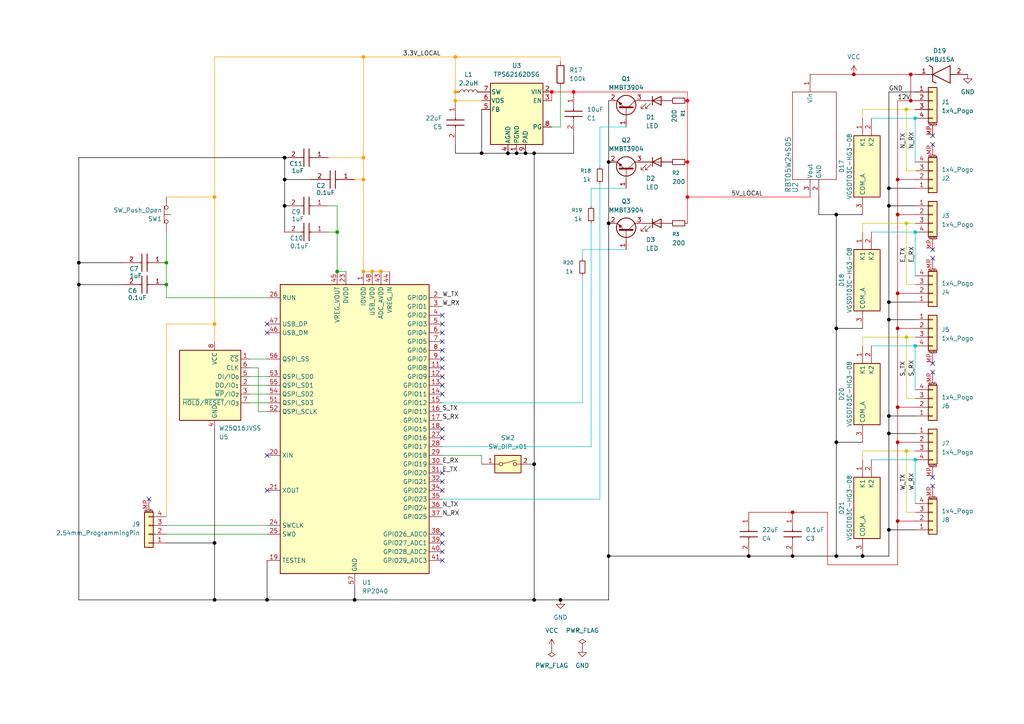
<source format=kicad_sch>
(kicad_sch (version 20250114) (generator "eeschema") (generator_version "9.0")
  (paper "A4")
  (title_block (date "2025-11-03") (rev "v0.0.1"))
  (junction (at 160.02 26.67) (color 255 0 0 1))
  (junction (at 260.35 85.09) (color 194 0 0 1))
  (junction (at 262.89 97.79) (color 194 194 0 1))
  (junction (at 199.39 29.21) (color 255 0 0 1))
  (junction (at 62.23 173.99) (color 0 0 0 1))
  (junction (at 132.08 16.51) (color 255 153 0 1))
  (junction (at 132.08 29.21) (color 255 153 0 1))
  (junction (at 262.89 64.77) (color 194 194 0 1))
  (junction (at 229.87 161.29) (color 0 0 0 1))
  (junction (at 162.56 173.99) (color 0 0 0 1))
  (junction (at 166.37 26.67) (color 255 0 0 1))
  (junction (at 176.53 161.29) (color 0 0 0 1))
  (junction (at 265.43 100.33) (color 0 194 194 1))
  (junction (at 107.95 78.74) (color 255 153 0 1))
  (junction (at 154.94 44.45) (color 0 0 0 1))
  (junction (at 48.26 82.55))
  (junction (at 242.57 128.27) (color 0 0 0 1))
  (junction (at 199.39 57.15) (color 255 0 0 1))
  (junction (at 257.81 59.69) (color 0 0 0 1))
  (junction (at 82.55 59.69) (color 0 0 0 1))
  (junction (at 147.32 44.45) (color 0 0 0 1))
  (junction (at 257.81 92.71) (color 0 0 0 1))
  (junction (at 260.35 128.27) (color 194 0 0 1))
  (junction (at 82.55 52.07) (color 0 0 0 1))
  (junction (at 22.86 76.2) (color 0 0 0 1))
  (junction (at 250.19 161.29) (color 0 0 0 1))
  (junction (at 62.23 57.15) (color 255 153 0 1))
  (junction (at 260.35 52.07) (color 194 0 0 1))
  (junction (at 217.17 161.29) (color 0 0 0 1))
  (junction (at 82.55 45.72) (color 0 0 0 1))
  (junction (at 260.35 62.23) (color 194 0 0 1))
  (junction (at 265.43 133.35) (color 0 194 194 1))
  (junction (at 176.53 46.99) (color 0 0 0 1))
  (junction (at 260.35 151.13) (color 194 0 0 1))
  (junction (at 242.57 62.23) (color 0 0 0 1))
  (junction (at 260.35 118.11) (color 194 0 0 1))
  (junction (at 132.08 26.67) (color 255 153 0 1))
  (junction (at 257.81 125.73) (color 0 0 0 1))
  (junction (at 257.81 87.63) (color 0 0 0 1))
  (junction (at 176.53 64.77) (color 0 0 0 1))
  (junction (at 62.23 93.98) (color 255 153 0 1))
  (junction (at 262.89 31.75) (color 194 194 0 1))
  (junction (at 154.94 134.62) (color 0 0 0 1))
  (junction (at 247.65 21.59) (color 194 0 0 1))
  (junction (at 265.43 67.31) (color 0 194 194 1))
  (junction (at 229.87 148.59) (color 194 0 0 1))
  (junction (at 265.43 34.29) (color 0 194 194 1))
  (junction (at 77.47 173.99) (color 0 0 0 1))
  (junction (at 242.57 161.29) (color 0 0 0 1))
  (junction (at 154.94 173.99) (color 0 0 0 1))
  (junction (at 242.57 95.25) (color 0 0 0 1))
  (junction (at 262.89 130.81) (color 194 194 0 1))
  (junction (at 264.16 21.59) (color 194 0 0 1))
  (junction (at 102.87 173.99) (color 0 0 0 1))
  (junction (at 105.41 52.07) (color 255 153 0 1))
  (junction (at 257.81 54.61) (color 0 0 0 1))
  (junction (at 257.81 153.67) (color 0 0 0 1))
  (junction (at 105.41 16.51) (color 255 153 0 1))
  (junction (at 257.81 120.65) (color 0 0 0 1))
  (junction (at 97.79 78.74))
  (junction (at 105.41 45.72) (color 255 153 0 1))
  (junction (at 97.79 67.31))
  (junction (at 48.26 76.2))
  (junction (at 152.4 44.45) (color 0 0 0 1))
  (junction (at 110.49 78.74) (color 255 153 0 1))
  (junction (at 139.7 44.45) (color 0 0 0 1))
  (junction (at 264.16 29.21) (color 194 0 0 1))
  (junction (at 199.39 46.99) (color 255 0 0 1))
  (junction (at 149.86 44.45) (color 0 0 0 1))
  (junction (at 22.86 82.55) (color 0 0 0 1))
  (junction (at 62.23 157.48) (color 0 0 0 1))
  (junction (at 105.41 78.74) (color 255 153 0 1))
  (junction (at 260.35 95.25) (color 194 0 0 1))
  (no_connect (at 128.27 109.22))
  (no_connect (at 77.47 142.24))
  (no_connect (at 128.27 93.98))
  (no_connect (at 77.47 132.08))
  (no_connect (at 270.51 107.95))
  (no_connect (at 128.27 139.7))
  (no_connect (at 128.27 99.06))
  (no_connect (at 128.27 101.6))
  (no_connect (at 128.27 111.76))
  (no_connect (at 128.27 154.94))
  (no_connect (at 270.51 72.39))
  (no_connect (at 128.27 96.52))
  (no_connect (at 128.27 127))
  (no_connect (at 128.27 162.56))
  (no_connect (at 128.27 124.46))
  (no_connect (at 128.27 91.44))
  (no_connect (at 270.51 105.41))
  (no_connect (at 43.18 144.78))
  (no_connect (at 128.27 160.02))
  (no_connect (at 270.51 138.43))
  (no_connect (at 77.47 96.52))
  (no_connect (at 270.51 41.91))
  (no_connect (at 270.51 74.93))
  (no_connect (at 270.51 39.37))
  (no_connect (at 128.27 137.16))
  (no_connect (at 77.47 93.98))
  (no_connect (at 128.27 142.24))
  (no_connect (at 128.27 106.68))
  (no_connect (at 270.51 140.97))
  (no_connect (at 128.27 114.3))
  (no_connect (at 128.27 157.48))
  (no_connect (at 128.27 104.14))
  (wire (pts (xy 107.95 78.74) (xy 110.49 78.74)) (stroke (width 0) (color 255 153 0 1)))
  (wire (pts (xy 250.19 31.75) (xy 262.89 31.75)) (stroke (width 0) (color 194 194 0 1)))
  (wire (pts (xy 48.26 149.86) (xy 48.26 93.98)) (stroke (width 0) (color 255 153 0 1)))
  (wire (pts (xy 171.45 64.77) (xy 171.45 129.54)) (stroke (width 0) (color 0 194 194 1)))
  (wire (pts (xy 90.17 52.07) (xy 82.55 52.07)) (stroke (width 0) (color 0 0 0 1)))
  (wire (pts (xy 264.16 21.59) (xy 265.43 21.59)) (stroke (width 0) (color 194 0 0 1)))
  (wire (pts (xy 262.89 49.53) (xy 265.43 49.53)) (stroke (width 0) (color 194 194 0 1)))
  (wire (pts (xy 139.7 132.08) (xy 139.7 134.62)))
  (wire (pts (xy 260.35 85.09) (xy 260.35 95.25)) (stroke (width 0) (color 194 0 0 1)))
  (wire (pts (xy 257.81 92.71) (xy 265.43 92.71)) (stroke (width 0) (color 0 0 0 1)))
  (wire (pts (xy 262.89 130.81) (xy 262.89 148.59)) (stroke (width 0) (color 194 194 0 1)))
  (wire (pts (xy 257.81 87.63) (xy 257.81 92.71)) (stroke (width 0) (color 0 0 0 1)))
  (wire (pts (xy 72.39 104.14) (xy 77.47 104.14)))
  (wire (pts (xy 72.39 116.84) (xy 77.47 116.84)))
  (wire (pts (xy 166.37 39.37) (xy 166.37 44.45)) (stroke (width 0) (color 0 0 0 1)))
  (wire (pts (xy 48.26 93.98) (xy 62.23 93.98)) (stroke (width 0) (color 255 153 0 1)))
  (wire (pts (xy 199.39 29.21) (xy 199.39 46.99)) (stroke (width 0) (color 255 0 0 1)))
  (wire (pts (xy 48.26 82.55) (xy 48.26 86.36)))
  (wire (pts (xy 48.26 76.2) (xy 48.26 82.55)))
  (wire (pts (xy 260.35 85.09) (xy 265.43 85.09)) (stroke (width 0) (color 194 0 0 1)))
  (wire (pts (xy 257.81 120.65) (xy 265.43 120.65)) (stroke (width 0) (color 0 0 0 1)))
  (wire (pts (xy 105.41 45.72) (xy 105.41 52.07)) (stroke (width 0) (color 255 153 0 1)))
  (wire (pts (xy 62.23 93.98) (xy 62.23 99.06)) (stroke (width 0) (color 255 153 0 1)))
  (wire (pts (xy 242.57 161.29) (xy 250.19 161.29)) (stroke (width 0) (color 0 0 0 1)))
  (wire (pts (xy 105.41 16.51) (xy 132.08 16.51)) (stroke (width 0) (color 255 153 0 1)))
  (wire (pts (xy 217.17 161.29) (xy 229.87 161.29)) (stroke (width 0) (color 0 0 0 1)))
  (wire (pts (xy 260.35 118.11) (xy 260.35 128.27)) (stroke (width 0) (color 194 0 0 1)))
  (wire (pts (xy 229.87 161.29) (xy 242.57 161.29)) (stroke (width 0) (color 0 0 0 1)))
  (wire (pts (xy 105.41 52.07) (xy 102.87 52.07)) (stroke (width 0) (color 255 153 0 1)))
  (wire (pts (xy 132.08 44.45) (xy 139.7 44.45)) (stroke (width 0) (color 0 0 0 1)))
  (wire (pts (xy 22.86 82.55) (xy 35.56 82.55)) (stroke (width 0) (color 0 0 0 1)))
  (wire (pts (xy 234.95 21.59) (xy 247.65 21.59)) (stroke (width 0) (color 194 0 0 1)))
  (wire (pts (xy 260.35 118.11) (xy 265.43 118.11)) (stroke (width 0) (color 194 0 0 1)))
  (wire (pts (xy 74.93 106.68) (xy 74.93 119.38)))
  (wire (pts (xy 97.79 67.31) (xy 97.79 78.74)))
  (wire (pts (xy 48.26 67.31) (xy 48.26 76.2)))
  (wire (pts (xy 265.43 34.29) (xy 265.43 46.99)) (stroke (width 0) (color 0 194 194 1)))
  (wire (pts (xy 173.99 36.83) (xy 173.99 48.26)) (stroke (width 0) (color 0 194 194 1)))
  (wire (pts (xy 97.79 78.74) (xy 100.33 78.74)))
  (wire (pts (xy 257.81 59.69) (xy 265.43 59.69)) (stroke (width 0) (color 0 0 0 1)))
  (wire (pts (xy 95.25 45.72) (xy 105.41 45.72)) (stroke (width 0) (color 255 153 0 1)))
  (wire (pts (xy 262.89 130.81) (xy 265.43 130.81)) (stroke (width 0) (color 194 194 0 1)))
  (wire (pts (xy 260.35 163.83) (xy 260.35 151.13)) (stroke (width 0) (color 194 0 0 1)))
  (wire (pts (xy 265.43 97.79) (xy 262.89 97.79)) (stroke (width 0) (color 194 194 0 1)))
  (wire (pts (xy 48.26 154.94) (xy 77.47 154.94)))
  (wire (pts (xy 260.35 62.23) (xy 260.35 85.09)) (stroke (width 0) (color 194 0 0 1)))
  (wire (pts (xy 257.81 26.67) (xy 257.81 54.61)) (stroke (width 0) (color 0 0 0 1)))
  (wire (pts (xy 22.86 173.99) (xy 22.86 82.55)) (stroke (width 0) (color 0 0 0 1)))
  (wire (pts (xy 250.19 133.35) (xy 250.19 130.81)) (stroke (width 0) (color 194 194 0 1)))
  (wire (pts (xy 265.43 31.75) (xy 262.89 31.75)) (stroke (width 0) (color 194 194 0 1)))
  (wire (pts (xy 265.43 100.33) (xy 265.43 113.03)) (stroke (width 0) (color 0 194 194 1)))
  (wire (pts (xy 162.56 36.83) (xy 160.02 36.83)))
  (wire (pts (xy 257.81 92.71) (xy 257.81 120.65)) (stroke (width 0) (color 0 0 0 1)))
  (wire (pts (xy 237.49 57.15) (xy 237.49 62.23)) (stroke (width 0) (color 0 0 0 1)))
  (wire (pts (xy 132.08 29.21) (xy 139.7 29.21)) (stroke (width 0) (color 255 153 0 1)))
  (wire (pts (xy 257.81 59.69) (xy 257.81 87.63)) (stroke (width 0) (color 0 0 0 1)))
  (wire (pts (xy 62.23 173.99) (xy 77.47 173.99)) (stroke (width 0) (color 0 0 0 1)))
  (wire (pts (xy 176.53 173.99) (xy 176.53 161.29)) (stroke (width 0) (color 0 0 0 1)))
  (wire (pts (xy 257.81 125.73) (xy 257.81 153.67)) (stroke (width 0) (color 0 0 0 1)))
  (wire (pts (xy 250.19 161.29) (xy 257.81 161.29)) (stroke (width 0) (color 0 0 0 1)))
  (wire (pts (xy 62.23 157.48) (xy 62.23 173.99)) (stroke (width 0) (color 0 0 0 1)))
  (wire (pts (xy 262.89 148.59) (xy 265.43 148.59)) (stroke (width 0) (color 194 194 0 1)))
  (wire (pts (xy 265.43 29.21) (xy 264.16 29.21)) (stroke (width 0) (color 194 0 0 1)))
  (wire (pts (xy 242.57 128.27) (xy 250.19 128.27)) (stroke (width 0) (color 0 0 0 1)))
  (wire (pts (xy 82.55 45.72) (xy 82.55 52.07)) (stroke (width 0) (color 0 0 0 1)))
  (wire (pts (xy 265.43 133.35) (xy 265.43 146.05)) (stroke (width 0) (color 0 194 194 1)))
  (wire (pts (xy 168.91 72.39) (xy 168.91 74.93)) (stroke (width 0) (color 0 194 194 1)))
  (wire (pts (xy 257.81 87.63) (xy 265.43 87.63)) (stroke (width 0) (color 0 0 0 1)))
  (wire (pts (xy 128.27 116.84) (xy 168.91 116.84)) (stroke (width 0) (color 0 194 194 1)))
  (wire (pts (xy 22.86 76.2) (xy 22.86 45.72)) (stroke (width 0) (color 0 0 0 1)))
  (wire (pts (xy 48.26 86.36) (xy 77.47 86.36)))
  (wire (pts (xy 95.25 59.69) (xy 97.79 59.69)))
  (wire (pts (xy 250.19 97.79) (xy 262.89 97.79)) (stroke (width 0) (color 194 194 0 1)))
  (wire (pts (xy 62.23 124.46) (xy 62.23 157.48)) (stroke (width 0) (color 0 0 0 1)))
  (wire (pts (xy 139.7 44.45) (xy 147.32 44.45)) (stroke (width 0) (color 0 0 0 1)))
  (wire (pts (xy 149.86 44.45) (xy 152.4 44.45)) (stroke (width 0) (color 0 0 0 1)))
  (wire (pts (xy 95.25 67.31) (xy 97.79 67.31)))
  (wire (pts (xy 22.86 76.2) (xy 35.56 76.2)) (stroke (width 0) (color 0 0 0 1)))
  (wire (pts (xy 139.7 31.75) (xy 139.7 44.45)) (stroke (width 0) (color 0 0 0 1)))
  (wire (pts (xy 264.16 21.59) (xy 264.16 29.21)) (stroke (width 0) (color 194 0 0 1)))
  (wire (pts (xy 110.49 78.74) (xy 113.03 78.74)) (stroke (width 0) (color 255 153 0 1)))
  (wire (pts (xy 162.56 16.51) (xy 162.56 17.78)) (stroke (width 0) (color 255 153 0 1)))
  (wire (pts (xy 252.73 67.31) (xy 265.43 67.31)) (stroke (width 0) (color 0 194 194 1)))
  (wire (pts (xy 176.53 46.99) (xy 176.53 64.77)) (stroke (width 0) (color 0 0 0 1)))
  (wire (pts (xy 82.55 59.69) (xy 82.55 52.07)) (stroke (width 0) (color 0 0 0 1)))
  (wire (pts (xy 262.89 97.79) (xy 262.89 115.57)) (stroke (width 0) (color 194 194 0 1)))
  (wire (pts (xy 250.19 34.29) (xy 250.19 31.75)) (stroke (width 0) (color 194 194 0 1)))
  (wire (pts (xy 260.35 95.25) (xy 265.43 95.25)) (stroke (width 0) (color 194 0 0 1)))
  (wire (pts (xy 262.89 64.77) (xy 262.89 82.55)) (stroke (width 0) (color 194 194 0 1)))
  (wire (pts (xy 199.39 26.67) (xy 166.37 26.67)) (stroke (width 0) (color 255 0 0 1)))
  (wire (pts (xy 62.23 57.15) (xy 62.23 93.98)) (stroke (width 0) (color 255 153 0 1)))
  (wire (pts (xy 154.94 44.45) (xy 166.37 44.45)) (stroke (width 0) (color 0 0 0 1)))
  (wire (pts (xy 257.81 54.61) (xy 265.43 54.61)) (stroke (width 0) (color 0 0 0 1)))
  (wire (pts (xy 72.39 114.3) (xy 77.47 114.3)))
  (wire (pts (xy 132.08 29.21) (xy 132.08 26.67)) (stroke (width 0) (color 255 153 0 1)))
  (wire (pts (xy 260.35 128.27) (xy 260.35 151.13)) (stroke (width 0) (color 194 0 0 1)))
  (wire (pts (xy 260.35 128.27) (xy 265.43 128.27)) (stroke (width 0) (color 194 0 0 1)))
  (wire (pts (xy 199.39 29.21) (xy 199.39 26.67)) (stroke (width 0) (color 255 0 0 1)))
  (wire (pts (xy 260.35 52.07) (xy 260.35 62.23)) (stroke (width 0) (color 194 0 0 1)))
  (wire (pts (xy 257.81 120.65) (xy 257.81 125.73)) (stroke (width 0) (color 0 0 0 1)))
  (wire (pts (xy 247.65 21.59) (xy 264.16 21.59)) (stroke (width 0) (color 194 0 0 1)))
  (wire (pts (xy 72.39 111.76) (xy 77.47 111.76)))
  (wire (pts (xy 199.39 46.99) (xy 199.39 57.15)) (stroke (width 0) (color 255 0 0 1)))
  (wire (pts (xy 176.53 161.29) (xy 217.17 161.29)) (stroke (width 0) (color 0 0 0 1)))
  (wire (pts (xy 48.26 57.15) (xy 62.23 57.15)) (stroke (width 0) (color 255 153 0 1)))
  (wire (pts (xy 48.26 152.4) (xy 77.47 152.4)))
  (wire (pts (xy 242.57 62.23) (xy 250.19 62.23)) (stroke (width 0) (color 0 0 0 1)))
  (wire (pts (xy 105.41 78.74) (xy 107.95 78.74)) (stroke (width 0) (color 255 153 0 1)))
  (wire (pts (xy 154.94 173.99) (xy 162.56 173.99)) (stroke (width 0) (color 0 0 0 1)))
  (wire (pts (xy 128.27 129.54) (xy 171.45 129.54)) (stroke (width 0) (color 0 194 194 1)))
  (wire (pts (xy 265.43 64.77) (xy 262.89 64.77)) (stroke (width 0) (color 194 194 0 1)))
  (wire (pts (xy 105.41 78.74) (xy 105.41 52.07)) (stroke (width 0) (color 255 153 0 1)))
  (wire (pts (xy 72.39 109.22) (xy 77.47 109.22)))
  (wire (pts (xy 102.87 173.99) (xy 154.94 173.99)) (stroke (width 0) (color 0 0 0 1)))
  (wire (pts (xy 242.57 95.25) (xy 242.57 128.27)) (stroke (width 0) (color 0 0 0 1)))
  (wire (pts (xy 154.94 44.45) (xy 154.94 134.62)) (stroke (width 0) (color 0 0 0 1)))
  (wire (pts (xy 82.55 59.69) (xy 82.55 67.31)) (stroke (width 0) (color 0 0 0 1)))
  (wire (pts (xy 260.35 95.25) (xy 260.35 118.11)) (stroke (width 0) (color 194 0 0 1)))
  (wire (pts (xy 262.89 115.57) (xy 265.43 115.57)) (stroke (width 0) (color 194 194 0 1)))
  (wire (pts (xy 62.23 16.51) (xy 105.41 16.51)) (stroke (width 0) (color 255 153 0 1)))
  (wire (pts (xy 132.08 16.51) (xy 132.08 26.67)) (stroke (width 0) (color 255 153 0 1)))
  (wire (pts (xy 97.79 67.31) (xy 97.79 59.69)))
  (wire (pts (xy 262.89 31.75) (xy 262.89 49.53)) (stroke (width 0) (color 194 194 0 1)))
  (wire (pts (xy 260.35 151.13) (xy 265.43 151.13)) (stroke (width 0) (color 194 0 0 1)))
  (wire (pts (xy 252.73 34.29) (xy 265.43 34.29)) (stroke (width 0) (color 0 194 194 1)))
  (wire (pts (xy 160.02 26.67) (xy 160.02 29.21)) (stroke (width 0) (color 255 0 0 1)))
  (wire (pts (xy 260.35 52.07) (xy 265.43 52.07)) (stroke (width 0) (color 194 0 0 1)))
  (wire (pts (xy 257.81 125.73) (xy 265.43 125.73)) (stroke (width 0) (color 0 0 0 1)))
  (wire (pts (xy 250.19 100.33) (xy 250.19 97.79)) (stroke (width 0) (color 194 194 0 1)))
  (wire (pts (xy 128.27 132.08) (xy 139.7 132.08)))
  (wire (pts (xy 152.4 44.45) (xy 154.94 44.45)) (stroke (width 0) (color 0 0 0 1)))
  (wire (pts (xy 132.08 16.51) (xy 162.56 16.51)) (stroke (width 0) (color 255 153 0 1)))
  (wire (pts (xy 252.73 133.35) (xy 265.43 133.35)) (stroke (width 0) (color 0 194 194 1)))
  (wire (pts (xy 240.03 163.83) (xy 260.35 163.83)) (stroke (width 0) (color 194 0 0 1)))
  (wire (pts (xy 250.19 130.81) (xy 262.89 130.81)) (stroke (width 0) (color 194 194 0 1)))
  (wire (pts (xy 250.19 64.77) (xy 262.89 64.77)) (stroke (width 0) (color 194 194 0 1)))
  (wire (pts (xy 257.81 54.61) (xy 257.81 59.69)) (stroke (width 0) (color 0 0 0 1)))
  (wire (pts (xy 262.89 82.55) (xy 265.43 82.55)) (stroke (width 0) (color 194 194 0 1)))
  (wire (pts (xy 250.19 67.31) (xy 250.19 64.77)) (stroke (width 0) (color 194 194 0 1)))
  (wire (pts (xy 265.43 67.31) (xy 265.43 80.01)) (stroke (width 0) (color 0 194 194 1)))
  (wire (pts (xy 132.08 41.91) (xy 132.08 44.45)) (stroke (width 0) (color 0 0 0 1)))
  (wire (pts (xy 252.73 100.33) (xy 265.43 100.33)) (stroke (width 0) (color 0 194 194 1)))
  (wire (pts (xy 74.93 119.38) (xy 77.47 119.38)))
  (wire (pts (xy 199.39 57.15) (xy 234.95 57.15)) (stroke (width 0) (color 255 0 0 1)))
  (wire (pts (xy 229.87 148.59) (xy 240.03 148.59)) (stroke (width 0) (color 194 0 0 1)))
  (wire (pts (xy 168.91 80.01) (xy 168.91 116.84)) (stroke (width 0) (color 0 194 194 1)))
  (wire (pts (xy 173.99 144.78) (xy 128.27 144.78)) (stroke (width 0) (color 0 194 194 1)))
  (wire (pts (xy 260.35 62.23) (xy 265.43 62.23)) (stroke (width 0) (color 194 0 0 1)))
  (wire (pts (xy 154.94 134.62) (xy 154.94 173.99)) (stroke (width 0) (color 0 0 0 1)))
  (wire (pts (xy 199.39 57.15) (xy 199.39 64.77)) (stroke (width 0) (color 255 0 0 1)))
  (wire (pts (xy 264.16 29.21) (xy 260.35 29.21)) (stroke (width 0) (color 194 0 0 1)))
  (wire (pts (xy 237.49 62.23) (xy 242.57 62.23)) (stroke (width 0) (color 0 0 0 1)))
  (wire (pts (xy 171.45 54.61) (xy 181.61 54.61)) (stroke (width 0) (color 0 194 194 1)))
  (wire (pts (xy 102.87 170.18) (xy 102.87 173.99)) (stroke (width 0) (color 0 0 0 1)))
  (wire (pts (xy 240.03 163.83) (xy 240.03 148.59)) (stroke (width 0) (color 194 0 0 1)))
  (wire (pts (xy 176.53 64.77) (xy 176.53 161.29)) (stroke (width 0) (color 0 0 0 1)))
  (wire (pts (xy 22.86 45.72) (xy 82.55 45.72)) (stroke (width 0) (color 0 0 0 1)))
  (wire (pts (xy 257.81 26.67) (xy 265.43 26.67)) (stroke (width 0) (color 0 0 0 1)))
  (wire (pts (xy 257.81 153.67) (xy 265.43 153.67)) (stroke (width 0) (color 0 0 0 1)))
  (wire (pts (xy 162.56 173.99) (xy 176.53 173.99)) (stroke (width 0) (color 0 0 0 1)))
  (wire (pts (xy 176.53 29.21) (xy 176.53 46.99)) (stroke (width 0) (color 0 0 0 1)))
  (wire (pts (xy 168.91 72.39) (xy 181.61 72.39)) (stroke (width 0) (color 0 194 194 1)))
  (wire (pts (xy 242.57 62.23) (xy 242.57 95.25)) (stroke (width 0) (color 0 0 0 1)))
  (wire (pts (xy 22.86 82.55) (xy 22.86 76.2)) (stroke (width 0) (color 0 0 0 1)))
  (wire (pts (xy 62.23 16.51) (xy 62.23 57.15)) (stroke (width 0) (color 255 153 0 1)))
  (wire (pts (xy 160.02 26.67) (xy 166.37 26.67)) (stroke (width 0) (color 255 0 0 1)))
  (wire (pts (xy 171.45 59.69) (xy 171.45 54.61)) (stroke (width 0) (color 0 194 194 1)))
  (wire (pts (xy 72.39 106.68) (xy 74.93 106.68)))
  (wire (pts (xy 242.57 128.27) (xy 242.57 161.29)) (stroke (width 0) (color 0 0 0 1)))
  (wire (pts (xy 217.17 148.59) (xy 229.87 148.59)) (stroke (width 0) (color 194 0 0 1)))
  (wire (pts (xy 162.56 25.4) (xy 162.56 36.83)))
  (wire (pts (xy 77.47 162.56) (xy 77.47 173.99)) (stroke (width 0) (color 0 0 0 1)))
  (wire (pts (xy 147.32 44.45) (xy 149.86 44.45)) (stroke (width 0) (color 0 0 0 1)))
  (wire (pts (xy 22.86 173.99) (xy 62.23 173.99)) (stroke (width 0) (color 0 0 0 1)))
  (wire (pts (xy 257.81 161.29) (xy 257.81 153.67)) (stroke (width 0) (color 0 0 0 1)))
  (wire (pts (xy 173.99 36.83) (xy 181.61 36.83)) (stroke (width 0) (color 0 194 194 1)))
  (wire (pts (xy 77.47 173.99) (xy 102.87 173.99)) (stroke (width 0) (color 0 0 0 1)))
  (wire (pts (xy 242.57 95.25) (xy 250.19 95.25)) (stroke (width 0) (color 0 0 0 1)))
  (wire (pts (xy 260.35 29.21) (xy 260.35 52.07)) (stroke (width 0) (color 194 0 0 1)))
  (wire (pts (xy 173.99 53.34) (xy 173.99 144.78)) (stroke (width 0) (color 0 194 194 1)))
  (wire (pts (xy 105.41 16.51) (xy 105.41 45.72)) (stroke (width 0) (color 255 153 0 1)))
  (wire (pts (xy 48.26 157.48) (xy 62.23 157.48)) (stroke (width 0) (color 0 0 0 1)))
  (label "N_TX" (at 262.89 43.18 90))
  (label "E_TX" (at 262.89 76.2 90))
  (label "S_TX" (at 128.27 119.38 0))
  (label "N_RX" (at 128.27 149.86 0))
  (label "W_RX" (at 265.43 142.24 90))
  (label "N_TX" (at 128.27 147.32 0))
  (label "5V_LOCAL" (at 212.09 57.15 0))
  (label "E_RX" (at 128.27 134.62 0))
  (label "3.3V_LOCAL" (at 116.84 16.51 0))
  (label "W_TX" (at 128.27 86.36 0))
  (label "12V" (at 260.35 29.21 0))
  (label "W_TX" (at 262.89 142.24 90))
  (label "W_RX" (at 128.27 88.9 0))
  (label "GND" (at 257.81 26.67 0))
  (label "N_RX" (at 265.43 43.18 90))
  (label "E_TX" (at 128.27 137.16 0))
  (label "S_RX" (at 265.43 109.22 90))
  (label "E_RX" (at 265.43 76.2 90))
  (label "S_TX" (at 262.89 109.22 90))
  (label "S_RX" (at 128.27 121.92 0))
  (symbol (lib_id "Connector_Generic_MountingPin:Conn_01x04_MountingPin") (at 43.18 154.94 180) (unit 1)
    (property "Reference" "J9" (at 40.64 152.0443 0) (effects (justify left)))
    (property "Value" "2.54mm_ProgrammingPin" (at 40.64 154.5843 0) (effects (justify left)))
    (property "Footprint" "Connector_PinSocket_2.54mm:PinSocket_1x04_P2.54mm_Vertical" (effects (hide yes)))
    (property "Description" "Generic connectable mounting pin connector, single row, 01x04, script generated (kicad-library-utils/schlib/autogen/connector/)" (effects (hide yes)))
  )
  (symbol (lib_id "Device:LED") (at 190.5 64.77 0) (unit 1)
    (property "Reference" "D3" (at 187.325 69.5324 0) (effects (justify left)))
    (property "Value" "LED" (at 187.325 72.0724 0) (effects (justify left)))
    (property "Footprint" "LED_THT:LED_D3.0mm" (effects (hide yes)))
    (property "Description" "Light emitting diode" (effects (hide yes)))
    (property "Sim.Pins" "1=K 2=A" (effects (hide yes)))
  )
  (symbol (lib_id "SamacSys_Parts:SMBJ15A") (at 265.43 21.59 0) (unit 1)
    (property "Reference" "D19" (at 272.542 14.732 0))
    (property "Value" "SMBJ15A" (at 272.542 17.272 0))
    (property "Footprint" "SamacSys_Parts:DIOM5436X244N" (effects (hide yes)))
    (property "Datasheet" "http://www.vishay.com/docs/88392/smbj.pdf" (effects (hide yes)))
    (property "Description" "Unidirectional 600W TVS diode,SMBJ15A" (effects (hide yes)))
    (property "Height" "2.44" (effects (hide yes)))
    (property "Manufacturer_Name" "Vishay" (effects (hide yes)))
    (property "Manufacturer_Part_Number" "SMBJ15A" (effects (hide yes)))
    (property "Mouser Part Number" "78-SMBJ15A" (effects (hide yes)))
    (property "Mouser Price/Stock" "https://www.mouser.co.uk/ProductDetail/Vishay-General-Semiconductor/SMBJ15A?qs=%252BA9HMDDz5KavBY56EO7ceQ%3D%3D" (effects (hide yes)))
  )
  (symbol (lib_id "SamacSys_Parts:C0805F104K1RACAUTO") (at 229.87 148.59 90) (mirror x) (unit 1)
    (property "Reference" "C3" (at 233.68 156.2101 90) (effects (justify right)))
    (property "Value" "0.1uF" (at 233.68 153.6701 90) (effects (justify right)))
    (property "Footprint" "SamacSys_Parts:CAPC2012X140N" (effects (hide yes)))
    (property "Datasheet" "https://content.kemet.com/datasheets/KEM_C1014_X7R_FE-CAP_SMD.pdf" (effects (hide yes)))
    (property "Description" "Multilayer Ceramic Capacitors MLCC - SMD/SMT 100V 0.1uF 10% X7R -55 / +125C AEC-Q200" (effects (hide yes)))
    (property "Height" "1.4" (effects (hide yes)))
    (property "Manufacturer_Name" "KEMET" (effects (hide yes)))
    (property "Manufacturer_Part_Number" "C0805F104K1RACAUTO" (effects (hide yes)))
  )
  (symbol (lib_id "SamacSys_Parts:GRM188C81A226ME01D") (at 217.17 148.59 90) (mirror x) (unit 1)
    (property "Reference" "C4" (at 220.98 156.2101 90) (effects (justify right)))
    (property "Value" "22uF" (at 220.98 153.6701 90) (effects (justify right)))
    (property "Footprint" "SamacSys_Parts:GRM18x" (effects (hide yes)))
    (property "Datasheet" "https://search.murata.co.jp/Ceramy/image/img/A01X/G101/ENG/GRM188C81A226ME01-01A.pdf" (effects (hide yes)))
    (property "Description" "MLCC, 0603" (effects (hide yes)))
    (property "Height" "0.9" (effects (hide yes)))
    (property "Manufacturer_Name" "Murata Electronics" (effects (hide yes)))
    (property "Manufacturer_Part_Number" "GRM188C81A226ME01D" (effects (hide yes)))
  )
  (symbol (lib_id "SamacSys_Parts:GRM033D70E105ME15D") (at 95.25 59.69 0) (mirror y) (unit 1)
    (property "Reference" "C9" (at 85.852 61.468 0))
    (property "Value" "1uF" (at 86.36 63.5 0))
    (property "Footprint" "SamacSys_Parts:CAPC0603X33N" (effects (hide yes)))
    (property "Datasheet" "https://search.murata.co.jp/Ceramy/image/img/A01X/G101/ENG/GRM033D70E105ME15-01A.pdf" (effects (hide yes)))
    (property "Description" "Capacitor GRM03_0.09 L=0.6mm W=0.3mm T=0.3mm" (effects (hide yes)))
    (property "Height" "0.33" (effects (hide yes)))
    (property "Manufacturer_Name" "Murata Electronics" (effects (hide yes)))
    (property "Manufacturer_Part_Number" "GRM033D70E105ME15D" (effects (hide yes)))
    (property "Mouser Part Number" "81-GRM033D70E105ME5D" (effects (hide yes)))
    (property "Mouser Price/Stock" "https://www.mouser.co.uk/ProductDetail/Murata-Electronics/GRM033D70E105ME15D?qs=r5DSvlrkXmLLNF3ZiIF79w%3D%3D" (effects (hide yes)))
  )
  (symbol (lib_id "Device:R_Small") (at 173.99 50.8 0) (unit 1)
    (property "Reference" "R18" (at 171.45 49.5299 0) (effects (font (size 1.016 1.016)) (justify right)))
    (property "Value" "1k" (at 171.45 52.0699 0) (effects (justify right)))
    (property "Footprint" "SamacSys_Parts:ERJ-UP6D1001V" (effects (hide yes)))
    (property "Description" "Resistor, small symbol" (effects (hide yes)))
  )
  (symbol (lib_id "power:GND") (at 168.91 187.96 0) (unit 1)
    (property "Reference" "#PWR03" (effects (hide yes)))
    (property "Value" "GND" (at 168.91 193.04 0))
    (property "Description" "Power symbol creates a global label with name \"GND\" , ground" (effects (hide yes)))
  )
  (symbol (lib_id "Device:LED") (at 190.5 46.99 0) (unit 1)
    (property "Reference" "D2" (at 187.325 51.7524 0) (effects (justify left)))
    (property "Value" "LED" (at 187.325 54.2924 0) (effects (justify left)))
    (property "Footprint" "LED_THT:LED_D3.0mm" (effects (hide yes)))
    (property "Description" "Light emitting diode" (effects (hide yes)))
    (property "Sim.Pins" "1=K 2=A" (effects (hide yes)))
  )
  (symbol (lib_id "Regulator_Switching:TPS62162DSG") (at 149.86 34.29 0) (mirror y) (unit 1)
    (property "Reference" "U3" (at 149.86 19.05 0))
    (property "Value" "TPS62162DSG" (at 149.86 21.59 0))
    (property "Footprint" "Package_SON:WSON-8-1EP_2x2mm_P0.5mm_EP0.9x1.6mm_ThermalVias" (effects (hide yes)))
    (property "Datasheet" "http://www.ti.com/lit/ds/symlink/tps62160.pdf" (effects (hide yes)))
    (property "Description" "1A Step-Down Converter with DCS-Control, fixed 3.3V output, 3-17V input voltage, WSON-8" (effects (hide yes)))
  )
  (symbol (lib_id "Device:R_Small") (at 196.85 64.77 270) (unit 1)
    (property "Reference" "R3" (at 194.945 67.9449 90) (effects (font (size 1.016 1.016)) (justify left)))
    (property "Value" "200" (at 194.945 70.4849 90) (effects (justify left)))
    (property "Footprint" "SamacSys_Parts:CRCW1210200RJNEAIF" (effects (hide yes)))
    (property "Description" "Resistor, small symbol" (effects (hide yes)))
  )
  (symbol (lib_id "Device:R_Small") (at 171.45 62.23 0) (unit 1)
    (property "Reference" "R19" (at 168.91 60.9599 0) (effects (font (size 1.016 1.016)) (justify right)))
    (property "Value" "1k" (at 168.91 63.4999 0) (effects (justify right)))
    (property "Footprint" "SamacSys_Parts:ERJ-UP6D1001V" (effects (hide yes)))
    (property "Description" "Resistor, small symbol" (effects (hide yes)))
  )
  (symbol (lib_id "Device:R") (at 162.56 21.59 0) (mirror y) (unit 1)
    (property "Reference" "R17" (at 165.1 20.3199 0) (effects (justify right)))
    (property "Value" "100k" (at 165.1 22.8599 0) (effects (justify right)))
    (property "Footprint" "SamacSys_Parts:TNPW0805100KFHEA" (effects (hide yes)))
    (property "Description" "Resistor" (effects (hide yes)))
  )
  (symbol (lib_id "SamacSys_Parts:C0805F104K1RACAUTO") (at 48.26 82.55 0) (mirror y) (unit 1)
    (property "Reference" "C6" (at 37.084 84.328 0) (effects (justify right)))
    (property "Value" "0.1uF" (at 37.084 86.36 0) (effects (justify right)))
    (property "Footprint" "SamacSys_Parts:CAPC2012X140N" (effects (hide yes)))
    (property "Datasheet" "https://content.kemet.com/datasheets/KEM_C1014_X7R_FE-CAP_SMD.pdf" (effects (hide yes)))
    (property "Description" "Multilayer Ceramic Capacitors MLCC - SMD/SMT 100V 0.1uF 10% X7R -55 / +125C AEC-Q200" (effects (hide yes)))
    (property "Height" "1.4" (effects (hide yes)))
    (property "Manufacturer_Name" "KEMET" (effects (hide yes)))
    (property "Manufacturer_Part_Number" "C0805F104K1RACAUTO" (effects (hide yes)))
  )
  (symbol (lib_id "Connector_Generic_MountingPin:Conn_01x04_MountingPin") (at 270.51 151.13 0) (mirror x) (unit 1)
    (property "Reference" "J8" (at 273.05 150.7745 0) (effects (justify left)))
    (property "Value" "1x4_Pogo" (at 273.05 148.2345 0) (effects (justify left)))
    (property "Footprint" "Connector_PinSocket_2.54mm:PinSocket_1x04_P2.54mm_Vertical" (effects (hide yes)))
    (property "Description" "Generic connectable mounting pin connector, single row, 01x04, script generated (kicad-library-utils/schlib/autogen/connector/)" (effects (hide yes)))
  )
  (symbol (lib_id "Connector_Generic_MountingPin:Conn_01x04_MountingPin") (at 270.51 95.25 0) (unit 1)
    (property "Reference" "J5" (at 273.05 95.6055 0) (effects (justify left)))
    (property "Value" "1x4_Pogo" (at 273.05 98.1455 0) (effects (justify left)))
    (property "Footprint" "Connector_PinSocket_2.54mm:PinSocket_1x04_P2.54mm_Vertical" (effects (hide yes)))
    (property "Description" "Generic connectable mounting pin connector, single row, 01x04, script generated (kicad-library-utils/schlib/autogen/connector/)" (effects (hide yes)))
  )
  (symbol (lib_id "Device:LED") (at 190.5 29.21 0) (unit 1)
    (property "Reference" "D1" (at 187.325 33.9724 0) (effects (justify left)))
    (property "Value" "LED" (at 187.325 36.5124 0) (effects (justify left)))
    (property "Footprint" "LED_THT:LED_D3.0mm" (effects (hide yes)))
    (property "Description" "Light emitting diode" (effects (hide yes)))
    (property "Sim.Pins" "1=K 2=A" (effects (hide yes)))
  )
  (symbol (lib_id "power:PWR_FLAG") (at 160.02 187.96 0) (mirror x) (unit 1)
    (property "Reference" "#FLG02" (effects (hide yes)))
    (property "Value" "PWR_FLAG" (at 160.02 193.04 0))
    (property "Description" "Special symbol for telling ERC where power comes from" (effects (hide yes)))
  )
  (symbol (lib_id "Transistor_BJT:MMBT3904") (at 181.61 67.31 270) (mirror x) (unit 1)
    (property "Reference" "Q3" (at 181.61 58.42 90))
    (property "Value" "MMBT3904" (at 181.61 60.96 90))
    (property "Footprint" "Package_TO_SOT_SMD:SOT-23" (effects (hide yes)))
    (property "Datasheet" "https://www.onsemi.com/pdf/datasheet/pzt3904-d.pdf" (effects (hide yes)))
    (property "Description" "0.2A Ic, 40V Vce, Small Signal NPN Transistor, SOT-23" (effects (hide yes)))
  )
  (symbol (lib_id "SamacSys_Parts:GRM188C81A226ME01D") (at 132.08 29.21 270) (unit 1)
    (property "Reference" "C5" (at 128.27 36.8301 90) (effects (justify right)))
    (property "Value" "22uF" (at 128.27 34.2901 90) (effects (justify right)))
    (property "Footprint" "SamacSys_Parts:GRM18x" (effects (hide yes)))
    (property "Datasheet" "https://search.murata.co.jp/Ceramy/image/img/A01X/G101/ENG/GRM188C81A226ME01-01A.pdf" (effects (hide yes)))
    (property "Description" "MLCC, 0603" (effects (hide yes)))
    (property "Height" "0.9" (effects (hide yes)))
    (property "Manufacturer_Name" "Murata Electronics" (effects (hide yes)))
    (property "Manufacturer_Part_Number" "GRM188C81A226ME01D" (effects (hide yes)))
  )
  (symbol (lib_id "SamacSys_Parts:GRM155R60J106ME18D") (at 166.37 26.67 90) (mirror x) (unit 1)
    (property "Reference" "C1" (at 170.18 34.2901 90) (effects (justify right)))
    (property "Value" "10uF" (at 170.18 31.7501 90) (effects (justify right)))
    (property "Footprint" "SamacSys_Parts:CAPC1005X70N" (effects (hide yes)))
    (property "Datasheet" "http://www.murata.com/~/media/webrenewal/support/library/catalog/products/capacitor/mlcc/c02e.pdf" (effects (hide yes)))
    (property "Description" "Chip Capacitor value 106" (effects (hide yes)))
    (property "Height" "0.7" (effects (hide yes)))
    (property "Manufacturer_Name" "Murata Electronics" (effects (hide yes)))
    (property "Manufacturer_Part_Number" "GRM155R60J106ME18D" (effects (hide yes)))
  )
  (symbol (lib_id "SamacSys_Parts:VGSOT03C-HG3-08") (at 250.19 133.35 90) (mirror x) (unit 1)
    (property "Reference" "D21" (at 244.094 147.32 0))
    (property "Value" "VGSOT03C-HG3-08" (at 246.38 147.32 0))
    (property "Footprint" "SamacSys_Parts:SOT95P248X115-3N" (effects (hide yes)))
    (property "Datasheet" "https://www.vishay.com/docs/86325/vgsot03c-vgsot36c.pdf" (effects (hide yes)))
    (property "Description" "Two-line unidirectional ESD protection diode  Common anode  Can be used as bidirectional protection diode  ESD immunity acc. IEC 61000-4-2 and ISO 10605 +/- 30 kV contact discharge +/- 30 kV air discharge  ESD capability according to AEC-Q101: human body model: class H3B: > 8 kV  e3 - Sn  AEC-Q101 qualified available" (effects (hide yes)))
    (property "Height" "1.15" (effects (hide yes)))
    (property "Manufacturer_Name" "Vishay" (effects (hide yes)))
    (property "Manufacturer_Part_Number" "VGSOT03C-HG3-08" (effects (hide yes)))
  )
  (symbol (lib_id "SamacSys_Parts:C0805F104K1RACAUTO") (at 95.25 67.31 0) (mirror y) (unit 1)
    (property "Reference" "C10" (at 84.074 69.088 0) (effects (justify right)))
    (property "Value" "0.1uF" (at 84.074 71.374 0) (effects (justify right)))
    (property "Footprint" "SamacSys_Parts:CAPC2012X140N" (effects (hide yes)))
    (property "Datasheet" "https://content.kemet.com/datasheets/KEM_C1014_X7R_FE-CAP_SMD.pdf" (effects (hide yes)))
    (property "Description" "Multilayer Ceramic Capacitors MLCC - SMD/SMT 100V 0.1uF 10% X7R -55 / +125C AEC-Q200" (effects (hide yes)))
    (property "Height" "1.4" (effects (hide yes)))
    (property "Manufacturer_Name" "KEMET" (effects (hide yes)))
    (property "Manufacturer_Part_Number" "C0805F104K1RACAUTO" (effects (hide yes)))
  )
  (symbol (lib_id "Device:R_Small") (at 168.91 77.47 0) (unit 1)
    (property "Reference" "R20" (at 166.37 76.1999 0) (effects (font (size 1.016 1.016)) (justify right)))
    (property "Value" "1k" (at 166.37 78.7399 0) (effects (justify right)))
    (property "Footprint" "SamacSys_Parts:ERJ-UP6D1001V" (effects (hide yes)))
    (property "Description" "Resistor, small symbol" (effects (hide yes)))
  )
  (symbol (lib_id "Connector_Generic_MountingPin:Conn_01x04_MountingPin") (at 270.51 85.09 0) (mirror x) (unit 1)
    (property "Reference" "J4" (at 273.05 84.7345 0) (effects (justify left)))
    (property "Value" "1x4_Pogo" (at 273.05 82.1945 0) (effects (justify left)))
    (property "Footprint" "Connector_PinSocket_2.54mm:PinSocket_1x04_P2.54mm_Vertical" (effects (hide yes)))
    (property "Description" "Generic connectable mounting pin connector, single row, 01x04, script generated (kicad-library-utils/schlib/autogen/connector/)" (effects (hide yes)))
  )
  (symbol (lib_id "2025-11-06_01-25-23:RBT05W24S05") (at 234.95 19.05 90) (mirror x) (unit 1)
    (property "Reference" "U2" (at 230.632 54.356 0) (effects (font (size 1.524 1.524))))
    (property "Value" "RBT05W24S05" (at 228.6 47.752 0) (effects (font (size 1.524 1.524))))
    (property "Footprint" "SamacSys_Parts:RBT10W24S05_XPP_XPR" (effects (hide yes)))
    (property "Datasheet" "RBT05W24S05" (effects (hide yes)))
  )
  (symbol (lib_id "SamacSys_Parts:GRM033D70E105ME15D") (at 95.25 45.72 0) (mirror y) (unit 1)
    (property "Reference" "C11" (at 85.852 47.498 0))
    (property "Value" "1uF" (at 86.36 49.53 0))
    (property "Footprint" "SamacSys_Parts:CAPC0603X33N" (effects (hide yes)))
    (property "Datasheet" "https://search.murata.co.jp/Ceramy/image/img/A01X/G101/ENG/GRM033D70E105ME15-01A.pdf" (effects (hide yes)))
    (property "Description" "Capacitor GRM03_0.09 L=0.6mm W=0.3mm T=0.3mm" (effects (hide yes)))
    (property "Height" "0.33" (effects (hide yes)))
    (property "Manufacturer_Name" "Murata Electronics" (effects (hide yes)))
    (property "Manufacturer_Part_Number" "GRM033D70E105ME15D" (effects (hide yes)))
    (property "Mouser Part Number" "81-GRM033D70E105ME5D" (effects (hide yes)))
    (property "Mouser Price/Stock" "https://www.mouser.co.uk/ProductDetail/Murata-Electronics/GRM033D70E105ME15D?qs=r5DSvlrkXmLLNF3ZiIF79w%3D%3D" (effects (hide yes)))
  )
  (symbol (lib_id "power:GND") (at 280.67 21.59 0) (unit 1)
    (property "Reference" "#PWR05" (effects (hide yes)))
    (property "Value" "GND" (at 280.67 26.67 0))
    (property "Description" "Power symbol creates a global label with name \"GND\" , ground" (effects (hide yes)))
  )
  (symbol (lib_id "Device:R_Small") (at 196.85 46.99 270) (unit 1)
    (property "Reference" "R2" (at 194.945 50.1649 90) (effects (font (size 1.016 1.016)) (justify left)))
    (property "Value" "200" (at 194.945 52.7049 90) (effects (justify left)))
    (property "Footprint" "SamacSys_Parts:CRCW1210200RJNEAIF" (effects (hide yes)))
    (property "Description" "Resistor, small symbol" (effects (hide yes)))
  )
  (symbol (lib_id "Memory_Flash:W25Q16JVSS") (at 62.23 111.76 0) (mirror y) (unit 1)
    (property "Reference" "U5" (at 63.5 126.746 0) (effects (justify right)))
    (property "Value" "W25Q16JVSS" (at 63.5 124.206 0) (effects (justify right)))
    (property "Footprint" "Package_SO:SOIC-8_5.3x5.3mm_P1.27mm" (effects (hide yes)))
    (property "Datasheet" "https://www.winbond.com/hq/support/documentation/levelOne.jsp?__locale=en&DocNo=DA00-W25Q16JV.1" (effects (hide yes)))
    (property "Description" "16Mbit / 2MiB Serial Flash Memory, Standard/Dual/Quad SPI, 2.7-3.6V, SOIC-8 (208 mil)" (effects (hide yes)))
  )
  (symbol (lib_id "power:VCC") (at 160.02 187.96 0) (unit 1)
    (property "Reference" "#PWR04" (effects (hide yes)))
    (property "Value" "VCC" (at 160.02 182.88 0))
    (property "Description" "Power symbol creates a global label with name \"VCC\"" (effects (hide yes)))
  )
  (symbol (lib_id "SamacSys_Parts:VGSOT03C-HG3-08") (at 250.19 67.31 90) (mirror x) (unit 1)
    (property "Reference" "D18" (at 244.094 81.28 0))
    (property "Value" "VGSOT03C-HG3-08" (at 246.38 81.28 0))
    (property "Footprint" "SamacSys_Parts:SOT95P248X115-3N" (effects (hide yes)))
    (property "Datasheet" "https://www.vishay.com/docs/86325/vgsot03c-vgsot36c.pdf" (effects (hide yes)))
    (property "Description" "Two-line unidirectional ESD protection diode  Common anode  Can be used as bidirectional protection diode  ESD immunity acc. IEC 61000-4-2 and ISO 10605 +/- 30 kV contact discharge +/- 30 kV air discharge  ESD capability according to AEC-Q101: human body model: class H3B: > 8 kV  e3 - Sn  AEC-Q101 qualified available" (effects (hide yes)))
    (property "Height" "1.15" (effects (hide yes)))
    (property "Manufacturer_Name" "Vishay" (effects (hide yes)))
    (property "Manufacturer_Part_Number" "VGSOT03C-HG3-08" (effects (hide yes)))
  )
  (symbol (lib_id "SamacSys_Parts:VGSOT03C-HG3-08") (at 250.19 34.29 90) (mirror x) (unit 1)
    (property "Reference" "D17" (at 244.094 48.26 0))
    (property "Value" "VGSOT03C-HG3-08" (at 246.38 48.26 0))
    (property "Footprint" "SamacSys_Parts:SOT95P248X115-3N" (effects (hide yes)))
    (property "Datasheet" "https://www.vishay.com/docs/86325/vgsot03c-vgsot36c.pdf" (effects (hide yes)))
    (property "Description" "Two-line unidirectional ESD protection diode  Common anode  Can be used as bidirectional protection diode  ESD immunity acc. IEC 61000-4-2 and ISO 10605 +/- 30 kV contact discharge +/- 30 kV air discharge  ESD capability according to AEC-Q101: human body model: class H3B: > 8 kV  e3 - Sn  AEC-Q101 qualified available" (effects (hide yes)))
    (property "Height" "1.15" (effects (hide yes)))
    (property "Manufacturer_Name" "Vishay" (effects (hide yes)))
    (property "Manufacturer_Part_Number" "VGSOT03C-HG3-08" (effects (hide yes)))
  )
  (symbol (lib_id "Connector_Generic_MountingPin:Conn_01x04_MountingPin") (at 270.51 52.07 0) (mirror x) (unit 1)
    (property "Reference" "J2" (at 273.05 51.7145 0) (effects (justify left)))
    (property "Value" "1x4_Pogo" (at 273.05 49.1745 0) (effects (justify left)))
    (property "Footprint" "Connector_PinSocket_2.54mm:PinSocket_1x04_P2.54mm_Vertical" (effects (hide yes)))
    (property "Description" "Generic connectable mounting pin connector, single row, 01x04, script generated (kicad-library-utils/schlib/autogen/connector/)" (effects (hide yes)))
  )
  (symbol (lib_id "Connector_Generic_MountingPin:Conn_01x04_MountingPin") (at 270.51 29.21 0) (unit 1)
    (property "Reference" "J1" (at 273.05 29.5655 0) (effects (justify left)))
    (property "Value" "1x4_Pogo" (at 273.05 32.1055 0) (effects (justify left)))
    (property "Footprint" "Connector_PinSocket_2.54mm:PinSocket_1x04_P2.54mm_Vertical" (effects (hide yes)))
    (property "Description" "Generic connectable mounting pin connector, single row, 01x04, script generated (kicad-library-utils/schlib/autogen/connector/)" (effects (hide yes)))
  )
  (symbol (lib_id "power:VCC") (at 247.65 21.59 0) (unit 1)
    (property "Reference" "#PWR01" (effects (hide yes)))
    (property "Value" "VCC" (at 247.65 16.51 0))
    (property "Description" "Power symbol creates a global label with name \"VCC\"" (effects (hide yes)))
  )
  (symbol (lib_id "Connector_Generic_MountingPin:Conn_01x04_MountingPin") (at 270.51 62.23 0) (unit 1)
    (property "Reference" "J3" (at 273.05 62.5855 0) (effects (justify left)))
    (property "Value" "1x4_Pogo" (at 273.05 65.1255 0) (effects (justify left)))
    (property "Footprint" "Connector_PinSocket_2.54mm:PinSocket_1x04_P2.54mm_Vertical" (effects (hide yes)))
    (property "Description" "Generic connectable mounting pin connector, single row, 01x04, script generated (kicad-library-utils/schlib/autogen/connector/)" (effects (hide yes)))
  )
  (symbol (lib_id "Device:L") (at 135.89 26.67 90) (unit 1)
    (property "Reference" "L1" (at 135.89 21.59 90))
    (property "Value" "2.2uH" (at 135.89 24.13 90))
    (property "Footprint" "SamacSys_Parts:LCENA2016MKT2R2M0NK" (effects (hide yes)))
    (property "Description" "Inductor" (effects (hide yes)))
  )
  (symbol (lib_id "Connector_Generic_MountingPin:Conn_01x04_MountingPin") (at 270.51 118.11 0) (mirror x) (unit 1)
    (property "Reference" "J6" (at 273.05 117.7545 0) (effects (justify left)))
    (property "Value" "1x4_Pogo" (at 273.05 115.2145 0) (effects (justify left)))
    (property "Footprint" "Connector_PinSocket_2.54mm:PinSocket_1x04_P2.54mm_Vertical" (effects (hide yes)))
    (property "Description" "Generic connectable mounting pin connector, single row, 01x04, script generated (kicad-library-utils/schlib/autogen/connector/)" (effects (hide yes)))
  )
  (symbol (lib_id "power:PWR_FLAG") (at 168.91 187.96 0) (unit 1)
    (property "Reference" "#FLG01" (effects (hide yes)))
    (property "Value" "PWR_FLAG" (at 168.91 182.88 0))
    (property "Description" "Special symbol for telling ERC where power comes from" (effects (hide yes)))
  )
  (symbol (lib_id "MCU_RaspberryPi:RP2040") (at 102.87 124.46 0) (unit 1)
    (property "Reference" "U1" (at 105.0133 168.91 0) (effects (justify left)))
    (property "Value" "RP2040" (at 105.0133 171.45 0) (effects (justify left)))
    (property "Footprint" "Package_DFN_QFN:QFN-56-1EP_7x7mm_P0.4mm_EP3.2x3.2mm" (effects (hide yes)))
    (property "Datasheet" "https://datasheets.raspberrypi.com/rp2040/rp2040-datasheet.pdf" (effects (hide yes)))
    (property "Description" "A microcontroller by Raspberry Pi" (effects (hide yes)))
  )
  (symbol (lib_id "Transistor_BJT:MMBT3904") (at 181.61 31.75 270) (mirror x) (unit 1)
    (property "Reference" "Q1" (at 181.61 22.86 90))
    (property "Value" "MMBT3904" (at 181.61 25.4 90))
    (property "Footprint" "Package_TO_SOT_SMD:SOT-23" (effects (hide yes)))
    (property "Datasheet" "https://www.onsemi.com/pdf/datasheet/pzt3904-d.pdf" (effects (hide yes)))
    (property "Description" "0.2A Ic, 40V Vce, Small Signal NPN Transistor, SOT-23" (effects (hide yes)))
  )
  (symbol (lib_id "Connector_Generic_MountingPin:Conn_01x04_MountingPin") (at 270.51 128.27 0) (unit 1)
    (property "Reference" "J7" (at 273.05 128.6255 0) (effects (justify left)))
    (property "Value" "1x4_Pogo" (at 273.05 131.1655 0) (effects (justify left)))
    (property "Footprint" "Connector_PinSocket_2.54mm:PinSocket_1x04_P2.54mm_Vertical" (effects (hide yes)))
    (property "Description" "Generic connectable mounting pin connector, single row, 01x04, script generated (kicad-library-utils/schlib/autogen/connector/)" (effects (hide yes)))
  )
  (symbol (lib_id "Transistor_BJT:MMBT3904") (at 181.61 49.53 270) (mirror x) (unit 1)
    (property "Reference" "Q2" (at 181.61 40.64 90))
    (property "Value" "MMBT3904" (at 181.61 43.18 90))
    (property "Footprint" "Package_TO_SOT_SMD:SOT-23" (effects (hide yes)))
    (property "Datasheet" "https://www.onsemi.com/pdf/datasheet/pzt3904-d.pdf" (effects (hide yes)))
    (property "Description" "0.2A Ic, 40V Vce, Small Signal NPN Transistor, SOT-23" (effects (hide yes)))
  )
  (symbol (lib_id "SamacSys_Parts:C0805F104K1RACAUTO") (at 102.87 52.07 0) (mirror y) (unit 1)
    (property "Reference" "C2" (at 91.694 53.848 0) (effects (justify right)))
    (property "Value" "0.1uF" (at 91.694 55.88 0) (effects (justify right)))
    (property "Footprint" "SamacSys_Parts:CAPC2012X140N" (effects (hide yes)))
    (property "Datasheet" "https://content.kemet.com/datasheets/KEM_C1014_X7R_FE-CAP_SMD.pdf" (effects (hide yes)))
    (property "Description" "Multilayer Ceramic Capacitors MLCC - SMD/SMT 100V 0.1uF 10% X7R -55 / +125C AEC-Q200" (effects (hide yes)))
    (property "Height" "1.4" (effects (hide yes)))
    (property "Manufacturer_Name" "KEMET" (effects (hide yes)))
    (property "Manufacturer_Part_Number" "C0805F104K1RACAUTO" (effects (hide yes)))
  )
  (symbol (lib_id "SamacSys_Parts:VGSOT03C-HG3-08") (at 250.19 100.33 90) (mirror x) (unit 1)
    (property "Reference" "D20" (at 244.094 114.3 0))
    (property "Value" "VGSOT03C-HG3-08" (at 246.38 114.3 0))
    (property "Footprint" "SamacSys_Parts:SOT95P248X115-3N" (effects (hide yes)))
    (property "Datasheet" "https://www.vishay.com/docs/86325/vgsot03c-vgsot36c.pdf" (effects (hide yes)))
    (property "Description" "Two-line unidirectional ESD protection diode  Common anode  Can be used as bidirectional protection diode  ESD immunity acc. IEC 61000-4-2 and ISO 10605 +/- 30 kV contact discharge +/- 30 kV air discharge  ESD capability according to AEC-Q101: human body model: class H3B: > 8 kV  e3 - Sn  AEC-Q101 qualified available" (effects (hide yes)))
    (property "Height" "1.15" (effects (hide yes)))
    (property "Manufacturer_Name" "Vishay" (effects (hide yes)))
    (property "Manufacturer_Part_Number" "VGSOT03C-HG3-08" (effects (hide yes)))
  )
  (symbol (lib_id "Switch:SW_DIP_x01") (at 147.32 134.62 0) (unit 1)
    (property "Reference" "SW2" (at 147.32 127 0))
    (property "Value" "SW_DIP_x01" (at 147.32 129.54 0))
    (property "Footprint" "SamacSys_Parts:416131160801" (effects (hide yes)))
    (property "Description" "1x DIP Switch, Single Pole Single Throw (SPST) switch, small symbol" (effects (hide yes)))
  )
  (symbol (lib_id "Device:R_Small") (at 196.85 29.21 270) (unit 1)
    (property "Reference" "R1" (at 198.1201 31.75 0) (effects (font (size 1.016 1.016)) (justify left)))
    (property "Value" "200" (at 195.5801 31.75 0) (effects (justify left)))
    (property "Footprint" "SamacSys_Parts:CRCW1210200RJNEAIF" (effects (hide yes)))
    (property "Description" "Resistor, small symbol" (effects (hide yes)))
  )
  (symbol (lib_id "power:GND") (at 162.56 173.99 0) (unit 1)
    (property "Reference" "#PWR02" (effects (hide yes)))
    (property "Value" "GND" (at 162.56 179.07 0))
    (property "Description" "Power symbol creates a global label with name \"GND\" , ground" (effects (hide yes)))
  )
  (symbol (lib_id "SamacSys_Parts:GRM033D70E105ME15D") (at 48.26 76.2 0) (mirror y) (unit 1)
    (property "Reference" "C7" (at 38.862 77.978 0))
    (property "Value" "1uF" (at 39.37 80.01 0))
    (property "Footprint" "SamacSys_Parts:CAPC0603X33N" (effects (hide yes)))
    (property "Datasheet" "https://search.murata.co.jp/Ceramy/image/img/A01X/G101/ENG/GRM033D70E105ME15-01A.pdf" (effects (hide yes)))
    (property "Description" "Capacitor GRM03_0.09 L=0.6mm W=0.3mm T=0.3mm" (effects (hide yes)))
    (property "Height" "0.33" (effects (hide yes)))
    (property "Manufacturer_Name" "Murata Electronics" (effects (hide yes)))
    (property "Manufacturer_Part_Number" "GRM033D70E105ME15D" (effects (hide yes)))
    (property "Mouser Part Number" "81-GRM033D70E105ME5D" (effects (hide yes)))
    (property "Mouser Price/Stock" "https://www.mouser.co.uk/ProductDetail/Murata-Electronics/GRM033D70E105ME15D?qs=r5DSvlrkXmLLNF3ZiIF79w%3D%3D" (effects (hide yes)))
  )
  (symbol (lib_id "Switch:SW_Push_Open") (at 48.26 62.23 270) (unit 1)
    (property "Reference" "SW1" (at 46.99 63.5001 90) (effects (justify right)))
    (property "Value" "SW_Push_Open" (at 46.99 60.9601 90) (effects (justify right)))
    (property "Footprint" "Button_Switch_THT:SW_TH_Tactile_Omron_B3F-100x" (effects (hide yes)))
    (property "Description" "Push button switch, push-to-open, generic, two pins" (effects (hide yes)))
  )
)
</source>
